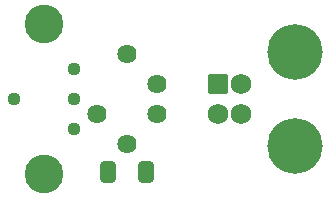
<source format=gbr>
G04 #@! TF.GenerationSoftware,KiCad,Pcbnew,8.0.6*
G04 #@! TF.CreationDate,2025-01-27T10:14:47-05:00*
G04 #@! TF.ProjectId,usbbbrkout,75736262-6272-46b6-9f75-742e6b696361,v1.1.0*
G04 #@! TF.SameCoordinates,Original*
G04 #@! TF.FileFunction,Soldermask,Top*
G04 #@! TF.FilePolarity,Negative*
%FSLAX46Y46*%
G04 Gerber Fmt 4.6, Leading zero omitted, Abs format (unit mm)*
G04 Created by KiCad (PCBNEW 8.0.6) date 2025-01-27 10:14:47*
%MOMM*%
%LPD*%
G01*
G04 APERTURE LIST*
G04 Aperture macros list*
%AMRoundRect*
0 Rectangle with rounded corners*
0 $1 Rounding radius*
0 $2 $3 $4 $5 $6 $7 $8 $9 X,Y pos of 4 corners*
0 Add a 4 corners polygon primitive as box body*
4,1,4,$2,$3,$4,$5,$6,$7,$8,$9,$2,$3,0*
0 Add four circle primitives for the rounded corners*
1,1,$1+$1,$2,$3*
1,1,$1+$1,$4,$5*
1,1,$1+$1,$6,$7*
1,1,$1+$1,$8,$9*
0 Add four rect primitives between the rounded corners*
20,1,$1+$1,$2,$3,$4,$5,0*
20,1,$1+$1,$4,$5,$6,$7,0*
20,1,$1+$1,$6,$7,$8,$9,0*
20,1,$1+$1,$8,$9,$2,$3,0*%
G04 Aperture macros list end*
%ADD10C,3.276600*%
%ADD11C,1.117600*%
%ADD12C,1.625600*%
%ADD13RoundRect,0.265385X-0.610915X-0.610915X0.610915X-0.610915X0.610915X0.610915X-0.610915X0.610915X0*%
%ADD14C,1.752600*%
%ADD15C,4.701600*%
%ADD16RoundRect,0.271167X-0.379633X-0.629633X0.379633X-0.629633X0.379633X0.629633X-0.379633X0.629633X0*%
G04 APERTURE END LIST*
D10*
X132080000Y-95250000D03*
X132080000Y-107950000D03*
D11*
X129540000Y-101600000D03*
X134620000Y-101600000D03*
X134620000Y-99060000D03*
X134620000Y-104140000D03*
D12*
X139065000Y-105410000D03*
X141605000Y-102870000D03*
X141605000Y-100330000D03*
X139065000Y-97790000D03*
D13*
X146760000Y-100350000D03*
D14*
X146760000Y-102850000D03*
X148760000Y-102850000D03*
X148760000Y-100350000D03*
D15*
X153250000Y-97600000D03*
X153250000Y-105600000D03*
D16*
X137465000Y-107823000D03*
X140665000Y-107823000D03*
D12*
X136525000Y-102870000D03*
M02*

</source>
